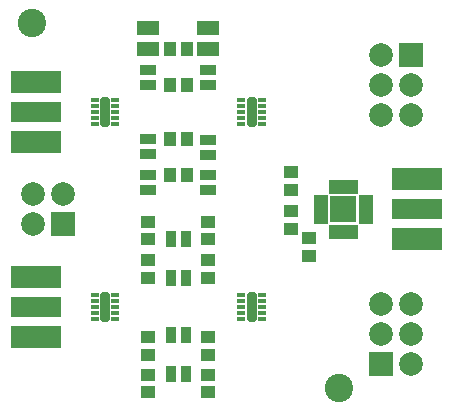
<source format=gts>
G04*
G04 #@! TF.GenerationSoftware,Altium Limited,Altium Designer,24.4.1 (13)*
G04*
G04 Layer_Color=8388736*
%FSLAX25Y25*%
%MOIN*%
G70*
G04*
G04 #@! TF.SameCoordinates,8584FE8A-8FE8-497F-BE15-97A27C2B3E29*
G04*
G04*
G04 #@! TF.FilePolarity,Negative*
G04*
G01*
G75*
%ADD12R,0.01981X0.04737*%
%ADD13R,0.04737X0.01981*%
%ADD14R,0.09068X0.09068*%
%ADD15R,0.05800X0.03320*%
%ADD16R,0.16800X0.06800*%
%ADD17R,0.16800X0.07800*%
%ADD18R,0.05131X0.03950*%
G04:AMPARAMS|DCode=19|XSize=33.86mil|YSize=98.43mil|CornerRadius=9.45mil|HoleSize=0mil|Usage=FLASHONLY|Rotation=0.000|XOffset=0mil|YOffset=0mil|HoleType=Round|Shape=RoundedRectangle|*
%AMROUNDEDRECTD19*
21,1,0.03386,0.07953,0,0,0.0*
21,1,0.01496,0.09843,0,0,0.0*
1,1,0.01890,0.00748,-0.03976*
1,1,0.01890,-0.00748,-0.03976*
1,1,0.01890,-0.00748,0.03976*
1,1,0.01890,0.00748,0.03976*
%
%ADD19ROUNDEDRECTD19*%
%ADD20R,0.02559X0.01378*%
%ADD21R,0.03320X0.05800*%
%ADD22R,0.03950X0.05131*%
%ADD23R,0.07808X0.04816*%
%ADD24C,0.09461*%
%ADD25C,0.07887*%
%ADD26R,0.07887X0.07887*%
%ADD27R,0.07887X0.07887*%
D12*
X117063Y72520D02*
D03*
X119032D02*
D03*
X121000D02*
D03*
X122968D02*
D03*
X124937D02*
D03*
Y87480D02*
D03*
X122968D02*
D03*
X121000D02*
D03*
X119032D02*
D03*
X117063D02*
D03*
D13*
X128480Y76063D02*
D03*
Y78031D02*
D03*
Y80000D02*
D03*
Y81968D02*
D03*
Y83937D02*
D03*
X113520D02*
D03*
Y81968D02*
D03*
Y80000D02*
D03*
Y78031D02*
D03*
Y76063D02*
D03*
D14*
X121000Y80000D02*
D03*
D15*
X76000Y86480D02*
D03*
Y98143D02*
D03*
Y103183D02*
D03*
X56000Y98417D02*
D03*
Y103457D02*
D03*
Y86480D02*
D03*
Y91520D02*
D03*
X76000D02*
D03*
Y121417D02*
D03*
Y126457D02*
D03*
X56000D02*
D03*
Y121417D02*
D03*
D16*
X18500Y47500D02*
D03*
X18610Y112500D02*
D03*
X145480Y80000D02*
D03*
D17*
X18500Y37500D02*
D03*
Y57500D02*
D03*
X18610Y102500D02*
D03*
Y122500D02*
D03*
X145480Y70000D02*
D03*
Y90000D02*
D03*
D18*
X76000Y19047D02*
D03*
Y24953D02*
D03*
X56000Y19047D02*
D03*
Y24953D02*
D03*
Y70047D02*
D03*
Y75953D02*
D03*
X76000Y70047D02*
D03*
Y75953D02*
D03*
X109500Y70453D02*
D03*
Y64547D02*
D03*
X103500Y73547D02*
D03*
Y79453D02*
D03*
Y92453D02*
D03*
Y86547D02*
D03*
X56000Y31610D02*
D03*
Y37516D02*
D03*
X76000Y31610D02*
D03*
Y37516D02*
D03*
Y63016D02*
D03*
Y57110D02*
D03*
X56000Y63016D02*
D03*
Y57110D02*
D03*
D19*
X90445Y47500D02*
D03*
X41555Y112500D02*
D03*
X90445D02*
D03*
X41555Y47500D02*
D03*
D20*
X93890Y51437D02*
D03*
Y49468D02*
D03*
Y47500D02*
D03*
Y45531D02*
D03*
Y43563D02*
D03*
X87000Y51437D02*
D03*
Y49468D02*
D03*
Y47500D02*
D03*
Y45531D02*
D03*
Y43563D02*
D03*
X38110Y108563D02*
D03*
Y110531D02*
D03*
Y112500D02*
D03*
Y114469D02*
D03*
Y116437D02*
D03*
X45000Y108563D02*
D03*
Y110531D02*
D03*
Y112500D02*
D03*
Y114469D02*
D03*
Y116437D02*
D03*
X93890D02*
D03*
Y114469D02*
D03*
Y110531D02*
D03*
Y108563D02*
D03*
X87000Y116437D02*
D03*
Y114469D02*
D03*
Y112500D02*
D03*
Y110531D02*
D03*
Y108563D02*
D03*
X93890Y112500D02*
D03*
X45000Y51437D02*
D03*
Y49468D02*
D03*
Y47500D02*
D03*
Y45531D02*
D03*
Y43563D02*
D03*
X38110Y51437D02*
D03*
Y49468D02*
D03*
Y47500D02*
D03*
Y45531D02*
D03*
Y43563D02*
D03*
D21*
X68520Y70000D02*
D03*
X63480D02*
D03*
X68520Y25000D02*
D03*
X63480D02*
D03*
Y38000D02*
D03*
X68520D02*
D03*
X63480Y57000D02*
D03*
X68520D02*
D03*
D22*
X68953Y91500D02*
D03*
X63047D02*
D03*
X68953Y121500D02*
D03*
X63047D02*
D03*
X68953Y133500D02*
D03*
X63047D02*
D03*
X68953Y103500D02*
D03*
X63047D02*
D03*
D23*
X76000Y133496D02*
D03*
Y140500D02*
D03*
X56000Y140504D02*
D03*
Y133500D02*
D03*
D24*
X119610Y20500D02*
D03*
X17110Y142000D02*
D03*
D25*
X27500Y85000D02*
D03*
X17500D02*
D03*
Y75000D02*
D03*
X133500Y121500D02*
D03*
X143500D02*
D03*
Y111500D02*
D03*
X133500D02*
D03*
Y131500D02*
D03*
X143500Y28500D02*
D03*
Y48500D02*
D03*
X133500D02*
D03*
Y38500D02*
D03*
X143500D02*
D03*
D26*
X27500Y75000D02*
D03*
D27*
X143500Y131500D02*
D03*
X133500Y28500D02*
D03*
M02*

</source>
